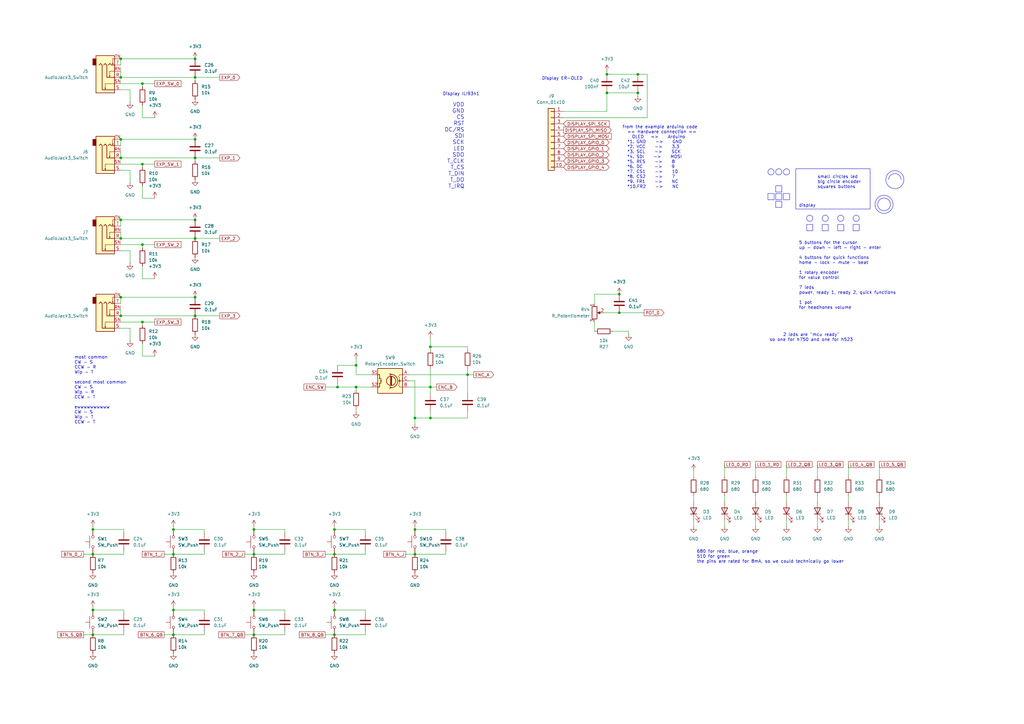
<source format=kicad_sch>
(kicad_sch (version 20250114) (generator "eeschema") (generator_version "9.0")
  (paper "A3")
  (lib_symbols
    (symbol "+3V3_1" (power) (pin_numbers (hide yes)) (pin_names (offset 0) (hide yes))
      (property "Value" "+3V3" (at 0 3.556 0))
      (symbol "+3V3_1_0_1"
        (polyline (pts (xy -0.762 1.27) (xy 0 2.54)))
        (polyline (pts (xy 0 2.54) (xy 0.762 1.27)))
        (polyline (pts (xy 0 0) (xy 0 2.54)))
      )
      (symbol "+3V3_1_1_1"
        (pin power_in line (at 0 0 90) (length 0) (name "~") (number "1"))
      )
    )
    (symbol "Connector_Audio:AudioJack3_Switch"
      (property "Reference" "J" (at 0 11.43 0))
      (property "Value" "AudioJack3_Switch" (at 0 8.89 0))
      (symbol "AudioJack3_Switch_0_1"
        (rectangle (start -5.08 -5.08) (end -6.35 -7.62) (stroke (width 0.254)) (fill (type outline)))
        (polyline (pts (xy -1.905 -5.08) (xy -1.27 -5.715) (xy -0.635 -5.08) (xy -0.635 0) (xy 2.54 0)) (stroke (width 0.254)))
        (polyline (pts (xy -1.27 4.826) (xy -1.016 4.318)))
        (polyline (pts (xy 0 -5.08) (xy 0.635 -5.715) (xy 1.27 -5.08) (xy 2.54 -5.08)) (stroke (width 0.254)))
        (polyline (pts (xy 0.508 -0.254) (xy 0.762 -0.762)))
        (polyline (pts (xy 1.778 -5.334) (xy 2.032 -5.842)))
        (rectangle (start 2.54 6.35) (end -5.08 -8.89) (stroke (width 0.254)) (fill (type background)))
        (polyline (pts (xy 2.54 5.08) (xy -2.54 5.08) (xy -2.54 -5.08) (xy -3.175 -5.715) (xy -3.81 -5.08)) (stroke (width 0.254)))
        (polyline (pts (xy 2.54 2.54) (xy -1.27 2.54) (xy -1.27 4.826) (xy -1.524 4.318)))
        (polyline (pts (xy 2.54 -2.54) (xy 0.508 -2.54) (xy 0.508 -0.254) (xy 0.254 -0.762)))
        (polyline (pts (xy 2.54 -7.62) (xy 1.778 -7.62) (xy 1.778 -5.334) (xy 1.524 -5.842)))
      )
      (symbol "AudioJack3_Switch_1_1"
        (pin passive line (at 5.08 5.08 180) (length 2.54) (name "~") (number "S"))
        (pin passive line (at 5.08 2.54 180) (length 2.54) (name "~") (number "SN"))
        (pin passive line (at 5.08 0 180) (length 2.54) (name "~") (number "R"))
        (pin passive line (at 5.08 -2.54 180) (length 2.54) (name "~") (number "RN"))
        (pin passive line (at 5.08 -5.08 180) (length 2.54) (name "~") (number "T"))
        (pin passive line (at 5.08 -7.62 180) (length 2.54) (name "~") (number "TN"))
      )
    )
    (symbol "Connector_Generic:Conn_01x10" (pin_names (offset 1.016) (hide yes))
      (property "Reference" "J" (at 0 12.7 0))
      (property "Value" "Conn_01x10" (at 0 -15.24 0))
      (symbol "Conn_01x10_1_1"
        (rectangle (start -1.27 11.43) (end 1.27 -13.97) (stroke (width 0.254)) (fill (type background)))
        (rectangle (start -1.27 10.287) (end 0 10.033) (stroke (width 0.1524)))
        (rectangle (start -1.27 7.747) (end 0 7.493) (stroke (width 0.1524)))
        (rectangle (start -1.27 5.207) (end 0 4.953) (stroke (width 0.1524)))
        (rectangle (start -1.27 2.667) (end 0 2.413) (stroke (width 0.1524)))
        (rectangle (start -1.27 0.127) (end 0 -0.127) (stroke (width 0.1524)))
        (rectangle (start -1.27 -2.413) (end 0 -2.667) (stroke (width 0.1524)))
        (rectangle (start -1.27 -4.953) (end 0 -5.207) (stroke (width 0.1524)))
        (rectangle (start -1.27 -7.493) (end 0 -7.747) (stroke (width 0.1524)))
        (rectangle (start -1.27 -10.033) (end 0 -10.287) (stroke (width 0.1524)))
        (rectangle (start -1.27 -12.573) (end 0 -12.827) (stroke (width 0.1524)))
        (pin passive line (at -5.08 10.16 0) (length 3.81) (name "Pin_1") (number "1"))
        (pin passive line (at -5.08 7.62 0) (length 3.81) (name "Pin_2") (number "2"))
        (pin passive line (at -5.08 5.08 0) (length 3.81) (name "Pin_3") (number "3"))
        (pin passive line (at -5.08 2.54 0) (length 3.81) (name "Pin_4") (number "4"))
        (pin passive line (at -5.08 0 0) (length 3.81) (name "Pin_5") (number "5"))
        (pin passive line (at -5.08 -2.54 0) (length 3.81) (name "Pin_6") (number "6"))
        (pin passive line (at -5.08 -5.08 0) (length 3.81) (name "Pin_7") (number "7"))
        (pin passive line (at -5.08 -7.62 0) (length 3.81) (name "Pin_8") (number "8"))
        (pin passive line (at -5.08 -10.16 0) (length 3.81) (name "Pin_9") (number "9"))
        (pin passive line (at -5.08 -12.7 0) (length 3.81) (name "Pin_10") (number "10"))
      )
    )
    (symbol "Device:C" (pin_numbers (hide yes)) (pin_names (offset 0.254))
      (property "Reference" "C" (at 0.635 2.54 0))
      (property "Value" "C" (at 0.635 -2.54 0))
      (symbol "C_0_1"
        (polyline (pts (xy -2.032 0.762) (xy 2.032 0.762)) (stroke (width 0.508)))
        (polyline (pts (xy -2.032 -0.762) (xy 2.032 -0.762)) (stroke (width 0.508)))
      )
      (symbol "C_1_1"
        (pin passive line (at 0 3.81 270) (length 2.794) (name "~") (number "1"))
        (pin passive line (at 0 -3.81 90) (length 2.794) (name "~") (number "2"))
      )
    )
    (symbol "Device:R" (pin_numbers (hide yes)) (pin_names (offset 0))
      (property "Reference" "R" (at 2.032 0 90))
      (property "Value" "R" (at 0 0 90))
      (symbol "R_0_1"
        (rectangle (start -1.016 -2.54) (end 1.016 2.54) (stroke (width 0.254)))
      )
      (symbol "R_1_1"
        (pin passive line (at 0 3.81 270) (length 1.27) (name "~") (number "1"))
        (pin passive line (at 0 -3.81 90) (length 1.27) (name "~") (number "2"))
      )
    )
    (symbol "Device:R_Potentiometer" (pin_names (offset 1.016) (hide yes))
      (property "Reference" "RV" (at -4.445 0 90))
      (property "Value" "R_Potentiometer" (at -2.54 0 90))
      (symbol "R_Potentiometer_0_1"
        (rectangle (start 1.016 2.54) (end -1.016 -2.54) (stroke (width 0.254)))
        (polyline (pts (xy 1.143 0) (xy 2.286 0.508) (xy 2.286 -0.508) (xy 1.143 0)) (fill (type outline)))
        (polyline (pts (xy 2.54 0) (xy 1.524 0)))
      )
      (symbol "R_Potentiometer_1_1"
        (pin passive line (at 0 3.81 270) (length 1.27) (name "1") (number "1"))
        (pin passive line (at 0 -3.81 90) (length 1.27) (name "3") (number "3"))
        (pin passive line (at 3.81 0 180) (length 1.27) (name "2") (number "2"))
      )
    )
    (symbol "Device:RotaryEncoder_Switch" (pin_names (offset 0.254) (hide yes))
      (property "Reference" "SW" (at 0 6.604 0))
      (property "Value" "RotaryEncoder_Switch" (at 0 -6.604 0))
      (symbol "RotaryEncoder_Switch_0_1"
        (rectangle (start -5.08 5.08) (end 5.08 -5.08) (stroke (width 0.254)) (fill (type background)))
        (polyline (pts (xy -5.08 2.54) (xy -3.81 2.54) (xy -3.81 2.032)))
        (polyline (pts (xy -5.08 0) (xy -3.81 0) (xy -3.81 -1.016) (xy -3.302 -2.032)))
        (polyline (pts (xy -5.08 -2.54) (xy -3.81 -2.54) (xy -3.81 -2.032)))
        (polyline (pts (xy -4.318 0) (xy -3.81 0) (xy -3.81 1.016) (xy -3.302 2.032)))
        (circle (center -3.81 0) (radius 0.254) (fill (type outline)))
        (polyline (pts (xy -0.635 -1.778) (xy -0.635 1.778)) (stroke (width 0.254)))
        (circle (center -0.381 0) (radius 1.905) (stroke (width 0.254)))
        (polyline (pts (xy -0.381 -1.778) (xy -0.381 1.778)) (stroke (width 0.254)))
        (arc (start -0.381 -2.794) (mid -3.0988 -0.0635) (end -0.381 2.667) (stroke (width 0.254)))
        (polyline (pts (xy -0.127 1.778) (xy -0.127 -1.778)) (stroke (width 0.254)))
        (polyline (pts (xy 0.254 2.921) (xy -0.508 2.667) (xy 0.127 2.286)) (stroke (width 0.254)))
        (polyline (pts (xy 0.254 -3.048) (xy -0.508 -2.794) (xy 0.127 -2.413)) (stroke (width 0.254)))
        (polyline (pts (xy 3.81 1.016) (xy 3.81 -1.016)) (stroke (width 0.254)))
        (polyline (pts (xy 3.81 0) (xy 3.429 0)) (stroke (width 0.254)))
        (circle (center 4.318 1.016) (radius 0.127) (stroke (width 0.254)))
        (circle (center 4.318 -1.016) (radius 0.127) (stroke (width 0.254)))
        (polyline (pts (xy 5.08 2.54) (xy 4.318 2.54) (xy 4.318 1.016)) (stroke (width 0.254)))
        (polyline (pts (xy 5.08 -2.54) (xy 4.318 -2.54) (xy 4.318 -1.016)) (stroke (width 0.254)))
      )
      (symbol "RotaryEncoder_Switch_1_1"
        (pin passive line (at -7.62 2.54 0) (length 2.54) (name "A") (number "A"))
        (pin passive line (at -7.62 0 0) (length 2.54) (name "C") (number "C"))
        (pin passive line (at -7.62 -2.54 0) (length 2.54) (name "B") (number "B"))
        (pin passive line (at 7.62 2.54 180) (length 2.54) (name "S1") (number "S1"))
        (pin passive line (at 7.62 -2.54 180) (length 2.54) (name "S2") (number "S2"))
      )
    )
    (symbol "GND_1" (power) (pin_numbers (hide yes)) (pin_names (offset 0) (hide yes))
      (property "Value" "GND" (at 0 -3.81 0))
      (symbol "GND_1_0_1"
        (polyline (pts (xy 0 0) (xy 0 -1.27) (xy 1.27 -1.27) (xy 0 -2.54) (xy -1.27 -1.27) (xy 0 -1.27)))
      )
      (symbol "GND_1_1_1"
        (pin power_in line (at 0 0 270) (length 0) (name "~") (number "1"))
      )
    )
    (symbol "LED_1" (pin_numbers (hide yes)) (pin_names (offset 1.016) (hide yes))
      (property "Reference" "D" (at 0 2.54 0))
      (property "Value" "LED" (at 0 -2.54 0))
      (symbol "LED_1_0_1"
        (polyline (pts (xy -3.048 -0.762) (xy -4.572 -2.286) (xy -3.81 -2.286) (xy -4.572 -2.286) (xy -4.572 -1.524)))
        (polyline (pts (xy -1.778 -0.762) (xy -3.302 -2.286) (xy -2.54 -2.286) (xy -3.302 -2.286) (xy -3.302 -1.524)))
        (polyline (pts (xy -1.27 0) (xy 1.27 0)))
        (polyline (pts (xy -1.27 -1.27) (xy -1.27 1.27)) (stroke (width 0.254)))
        (polyline (pts (xy 1.27 -1.27) (xy 1.27 1.27) (xy -1.27 0) (xy 1.27 -1.27)) (stroke (width 0.254)))
      )
      (symbol "LED_1_1_1"
        (pin passive line (at -3.81 0 0) (length 2.54) (name "K") (number "1"))
        (pin passive line (at 3.81 0 180) (length 2.54) (name "A") (number "2"))
      )
    )
    (symbol "Switch:SW_Push" (pin_numbers (hide yes)) (pin_names (offset 1.016) (hide yes))
      (property "Reference" "SW" (at 1.27 2.54 0))
      (property "Value" "SW_Push" (at 0 -1.524 0))
      (symbol "SW_Push_0_1"
        (circle (center -2.032 0) (radius 0.508))
        (polyline (pts (xy 0 1.27) (xy 0 3.048)))
        (circle (center 2.032 0) (radius 0.508))
        (polyline (pts (xy 2.54 1.27) (xy -2.54 1.27)))
        (pin passive line (at -5.08 0 0) (length 2.54) (name "1") (number "1"))
        (pin passive line (at 5.08 0 180) (length 2.54) (name "2") (number "2"))
      )
    )
  )
  (circle (center 367.03 73.66) (radius 3.7027))
  (rectangle (start 318.135 76.2) (end 320.675 78.74))
  (arc (start 364.49 73.66) (mid 367.03 71.183) (end 369.57 73.66))
  (circle (center 362.585 83.82) (radius 2.6182))
  (circle (center 338.455 89.535) (radius 1.27))
  (circle (center 319.405 70.485) (radius 1.27))
  (rectangle (start 321.31 79.375) (end 323.85 81.915))
  (rectangle (start 314.96 79.375) (end 317.5 81.915))
  (rectangle (start 337.185 92.075) (end 339.725 94.615))
  (circle (center 344.805 89.535) (radius 1.27))
  (rectangle (start 349.885 92.075) (end 352.425 94.615))
  (rectangle (start 343.535 92.075) (end 346.075 94.615))
  (circle (center 322.58 70.485) (radius 1.27))
  (rectangle (start 318.135 79.375) (end 320.675 81.915))
  (circle (center 332.105 89.535) (radius 1.27))
  (circle (center 316.23 70.485) (radius 1.27))
  (rectangle (start 330.835 92.075) (end 333.375 94.615))
  (rectangle (start 318.135 82.55) (end 320.675 85.09))
  (circle (center 351.155 89.535) (radius 1.27))
  (circle (center 362.585 83.82) (radius 3.7027))
  (rectangle (start 326.39 69.215) (end 356.87 85.725))
  (text "680 for red, blue, orange\n510 for green\nthe pins are rated for 8mA, so we could technically go lower\n" (at 285.75 231.14 0) (effects (font (size 1.27 1.27)) (justify left bottom)))
  (text "small circles led\nbig circle encoder\nsquares buttons" (at 335.28 77.47 0) (effects (font (size 1.27 1.27)) (justify left bottom)))
  (text "Display ER-OLED\n" (at 222.25 33.02 0) (effects (font (size 1.27 1.27)) (justify left bottom)))
  (text "Display ILI9341\n" (at 181.61 39.37 0) (effects (font (size 1.27 1.27)) (justify left bottom)))
  (text "from the example arduino code\n  == Hardware connection ==\n    OLED   =>    Arduino\n  *1. GND    ->    GND\n  *2. VCC    ->    3.3\n  *3. SCL    ->    SCK\n  *4. SDI    ->    MOSI\n  *5. RES    ->    8  \n  *6. DC     ->    9\n  *7. CS1    ->    10\n  *8. CS2    ->    7 \n  *9. FR1    ->    NC\n  *10.FR2    ->    NC  " (at 255.27 77.47 0) (effects (font (size 1.27 1.27)) (justify left bottom)))
  (text "VDD\nGND\nCS\nRST\nDC/RS\nSDI\nSCK\nLED\nSDO\nT_CLK\nT_CS\nT_DIN\nT_DO\nT_IRQ" (at 190.5 77.47 0) (effects (font (size 1.6 1.6)) (justify right bottom)))
  (text "5 buttons for the cursor\nup - down - left - right - enter\n\n4 buttons for quick functions\nhome - lock - mute - beat\n\n1 rotary encoder\nfor value control\n\n7 leds\npower, ready 1, ready 2, quick functions\n\n1 pot\nfor headhones volume" (at 327.66 127 0) (effects (font (size 1.27 1.27)) (justify left bottom)))
  (text "most common\nCW - S\nCCW - R\nWip - T\n\nsecond most common\nCW - S\nWip - R\nCCW - T\n\newwwwwwwwww\nCW - S\nWip - T\nCCW - T" (at 30.48 173.99 0) (effects (font (size 1.27 1.27)) (justify left bottom)))
  (text "display\n" (at 327.66 85.09 0) (effects (font (size 1.27 1.27)) (justify left bottom)))
  (text "2 leds are \"mcu ready\"\nso one for h750 and one for h523" (at 332.74 138.43 0) (effects (font (size 1.27 1.27))))
  (junction (at 80.01 121.92))
  (junction (at 176.53 142.24))
  (junction (at 38.1 227.33))
  (junction (at 248.92 30.48))
  (junction (at 80.01 90.17))
  (junction (at 104.14 250.19))
  (junction (at 49.53 97.79))
  (junction (at 38.1 250.19))
  (junction (at 138.43 158.75))
  (junction (at 58.42 132.08))
  (junction (at 49.53 31.75))
  (junction (at 49.53 57.15))
  (junction (at 49.53 64.77))
  (junction (at 254 120.65))
  (junction (at 254 128.27))
  (junction (at 170.18 217.17))
  (junction (at 261.62 30.48))
  (junction (at 38.1 260.35))
  (junction (at 137.16 217.17))
  (junction (at 137.16 227.33))
  (junction (at 49.53 121.92))
  (junction (at 58.42 67.31))
  (junction (at 71.12 217.17))
  (junction (at 80.01 31.75))
  (junction (at 137.16 260.35))
  (junction (at 71.12 260.35))
  (junction (at 80.01 129.54))
  (junction (at 80.01 57.15))
  (junction (at 146.05 158.75))
  (junction (at 146.05 149.86))
  (junction (at 248.92 38.1))
  (junction (at 49.53 90.17))
  (junction (at 191.77 153.67))
  (junction (at 261.62 38.1))
  (junction (at 71.12 250.19))
  (junction (at 137.16 250.19))
  (junction (at 38.1 217.17))
  (junction (at 104.14 227.33))
  (junction (at 49.53 129.54))
  (junction (at 71.12 227.33))
  (junction (at 170.18 227.33))
  (junction (at 170.18 171.45))
  (junction (at 58.42 34.29))
  (junction (at 104.14 260.35))
  (junction (at 176.53 158.75))
  (junction (at 49.53 24.13))
  (junction (at 104.14 217.17))
  (junction (at 80.01 64.77))
  (junction (at 80.01 97.79))
  (junction (at 80.01 24.13))
  (junction (at 58.42 100.33))
  (junction (at 176.53 171.45))
  (wire (pts (xy 83.82 250.19) (xy 71.12 250.19)))
  (wire (pts (xy 335.28 213.36) (xy 335.28 215.9)))
  (wire (pts (xy 176.53 158.75) (xy 176.53 161.29)))
  (wire (pts (xy 176.53 158.75) (xy 167.64 158.75)))
  (wire (pts (xy 50.8 251.46) (xy 50.8 250.19)))
  (wire (pts (xy 58.42 67.31) (xy 63.5 67.31)))
  (wire (pts (xy 58.42 146.05) (xy 63.5 146.05)))
  (wire (pts (xy 182.88 226.06) (xy 182.88 227.33)))
  (wire (pts (xy 38.1 248.92) (xy 38.1 250.19)))
  (wire (pts (xy 152.4 153.67) (xy 146.05 153.67)))
  (wire (pts (xy 191.77 151.13) (xy 191.77 153.67)))
  (wire (pts (xy 116.84 250.19) (xy 104.14 250.19)))
  (wire (pts (xy 309.88 203.2) (xy 309.88 205.74)))
  (wire (pts (xy 49.53 132.08) (xy 58.42 132.08)))
  (wire (pts (xy 49.53 100.33) (xy 58.42 100.33)))
  (wire (pts (xy 49.53 121.92) (xy 80.01 121.92)))
  (wire (pts (xy 71.12 260.35) (xy 83.82 260.35)))
  (wire (pts (xy 71.12 215.9) (xy 71.12 217.17)))
  (wire (pts (xy 309.88 190.5) (xy 309.88 195.58)))
  (wire (pts (xy 50.8 250.19) (xy 38.1 250.19)))
  (wire (pts (xy 58.42 76.2) (xy 58.42 81.28)))
  (wire (pts (xy 243.84 120.65) (xy 254 120.65)))
  (wire (pts (xy 53.34 134.62) (xy 53.34 139.7)))
  (wire (pts (xy 360.68 190.5) (xy 360.68 195.58)))
  (wire (pts (xy 71.12 248.92) (xy 71.12 250.19)))
  (wire (pts (xy 176.53 142.24) (xy 191.77 142.24)))
  (wire (pts (xy 335.28 190.5) (xy 335.28 195.58)))
  (wire (pts (xy 34.29 260.35) (xy 38.1 260.35)))
  (wire (pts (xy 138.43 149.86) (xy 146.05 149.86)))
  (wire (pts (xy 257.81 135.89) (xy 257.81 137.16)))
  (wire (pts (xy 176.53 171.45) (xy 170.18 171.45)))
  (wire (pts (xy 149.86 218.44) (xy 149.86 217.17)))
  (wire (pts (xy 49.53 24.13) (xy 80.01 24.13)))
  (wire (pts (xy 58.42 81.28) (xy 63.5 81.28)))
  (wire (pts (xy 38.1 260.35) (xy 50.8 260.35)))
  (wire (pts (xy 146.05 147.32) (xy 146.05 149.86)))
  (wire (pts (xy 261.62 30.48) (xy 265.43 30.48)))
  (wire (pts (xy 116.84 251.46) (xy 116.84 250.19)))
  (wire (pts (xy 176.53 151.13) (xy 176.53 158.75)))
  (wire (pts (xy 80.01 129.54) (xy 90.17 129.54)))
  (wire (pts (xy 170.18 171.45) (xy 170.18 173.99)))
  (wire (pts (xy 58.42 114.3) (xy 63.5 114.3)))
  (wire (pts (xy 38.1 215.9) (xy 38.1 217.17)))
  (wire (pts (xy 49.53 34.29) (xy 58.42 34.29)))
  (wire (pts (xy 251.46 135.89) (xy 257.81 135.89)))
  (wire (pts (xy 58.42 132.08) (xy 58.42 133.35)))
  (wire (pts (xy 116.84 259.08) (xy 116.84 260.35)))
  (wire (pts (xy 322.58 190.5) (xy 322.58 195.58)))
  (wire (pts (xy 247.65 128.27) (xy 254 128.27)))
  (wire (pts (xy 116.84 217.17) (xy 104.14 217.17)))
  (wire (pts (xy 191.77 168.91) (xy 191.77 171.45)))
  (wire (pts (xy 49.53 90.17) (xy 49.53 92.71)))
  (wire (pts (xy 50.8 218.44) (xy 50.8 217.17)))
  (wire (pts (xy 58.42 43.18) (xy 58.42 48.26)))
  (wire (pts (xy 49.53 29.21) (xy 49.53 31.75)))
  (wire (pts (xy 146.05 168.91) (xy 146.05 167.64)))
  (wire (pts (xy 176.53 168.91) (xy 176.53 171.45)))
  (wire (pts (xy 149.86 259.08) (xy 149.86 260.35)))
  (wire (pts (xy 138.43 158.75) (xy 146.05 158.75)))
  (wire (pts (xy 38.1 227.33) (xy 50.8 227.33)))
  (wire (pts (xy 231.14 45.72) (xy 248.92 45.72)))
  (wire (pts (xy 284.48 213.36) (xy 284.48 215.9)))
  (wire (pts (xy 49.53 127) (xy 49.53 129.54)))
  (wire (pts (xy 248.92 30.48) (xy 261.62 30.48)))
  (wire (pts (xy 191.77 171.45) (xy 176.53 171.45)))
  (wire (pts (xy 49.53 95.25) (xy 49.53 97.79)))
  (wire (pts (xy 176.53 142.24) (xy 176.53 143.51)))
  (wire (pts (xy 176.53 158.75) (xy 179.07 158.75)))
  (wire (pts (xy 116.84 226.06) (xy 116.84 227.33)))
  (wire (pts (xy 80.01 31.75) (xy 90.17 31.75)))
  (wire (pts (xy 265.43 48.26) (xy 231.14 48.26)))
  (wire (pts (xy 58.42 48.26) (xy 63.5 48.26)))
  (wire (pts (xy 261.62 39.37) (xy 261.62 38.1)))
  (wire (pts (xy 49.53 102.87) (xy 53.34 102.87)))
  (wire (pts (xy 58.42 34.29) (xy 58.42 35.56)))
  (wire (pts (xy 243.84 132.08) (xy 243.84 135.89)))
  (wire (pts (xy 137.16 227.33) (xy 149.86 227.33)))
  (wire (pts (xy 100.33 227.33) (xy 104.14 227.33)))
  (wire (pts (xy 309.88 213.36) (xy 309.88 215.9)))
  (wire (pts (xy 297.18 190.5) (xy 297.18 195.58)))
  (wire (pts (xy 347.98 203.2) (xy 347.98 205.74)))
  (wire (pts (xy 347.98 190.5) (xy 347.98 195.58)))
  (wire (pts (xy 137.16 248.92) (xy 137.16 250.19)))
  (wire (pts (xy 58.42 100.33) (xy 58.42 101.6)))
  (wire (pts (xy 53.34 36.83) (xy 53.34 41.91)))
  (wire (pts (xy 58.42 140.97) (xy 58.42 146.05)))
  (wire (pts (xy 71.12 227.33) (xy 83.82 227.33)))
  (wire (pts (xy 49.53 90.17) (xy 80.01 90.17)))
  (wire (pts (xy 34.29 227.33) (xy 38.1 227.33)))
  (wire (pts (xy 49.53 129.54) (xy 80.01 129.54)))
  (wire (pts (xy 170.18 156.21) (xy 170.18 171.45)))
  (wire (pts (xy 83.82 251.46) (xy 83.82 250.19)))
  (wire (pts (xy 83.82 218.44) (xy 83.82 217.17)))
  (wire (pts (xy 80.01 31.75) (xy 80.01 33.02)))
  (wire (pts (xy 146.05 158.75) (xy 152.4 158.75)))
  (wire (pts (xy 167.64 153.67) (xy 191.77 153.67)))
  (wire (pts (xy 248.92 38.1) (xy 248.92 45.72)))
  (wire (pts (xy 49.53 64.77) (xy 80.01 64.77)))
  (wire (pts (xy 149.86 250.19) (xy 137.16 250.19)))
  (wire (pts (xy 265.43 30.48) (xy 265.43 48.26)))
  (wire (pts (xy 50.8 259.08) (xy 50.8 260.35)))
  (wire (pts (xy 50.8 217.17) (xy 38.1 217.17)))
  (wire (pts (xy 133.35 260.35) (xy 137.16 260.35)))
  (wire (pts (xy 58.42 109.22) (xy 58.42 114.3)))
  (wire (pts (xy 58.42 34.29) (xy 63.5 34.29)))
  (wire (pts (xy 53.34 102.87) (xy 53.34 107.95)))
  (wire (pts (xy 248.92 29.21) (xy 248.92 30.48)))
  (wire (pts (xy 138.43 157.48) (xy 138.43 158.75)))
  (wire (pts (xy 83.82 217.17) (xy 71.12 217.17)))
  (wire (pts (xy 146.05 149.86) (xy 146.05 153.67)))
  (wire (pts (xy 137.16 215.9) (xy 137.16 217.17)))
  (wire (pts (xy 133.35 227.33) (xy 137.16 227.33)))
  (wire (pts (xy 176.53 138.43) (xy 176.53 142.24)))
  (wire (pts (xy 104.14 260.35) (xy 116.84 260.35)))
  (wire (pts (xy 58.42 67.31) (xy 58.42 68.58)))
  (wire (pts (xy 284.48 203.2) (xy 284.48 205.74)))
  (wire (pts (xy 83.82 259.08) (xy 83.82 260.35)))
  (wire (pts (xy 83.82 226.06) (xy 83.82 227.33)))
  (wire (pts (xy 182.88 217.17) (xy 170.18 217.17)))
  (wire (pts (xy 191.77 153.67) (xy 191.77 161.29)))
  (wire (pts (xy 80.01 64.77) (xy 80.01 66.04)))
  (wire (pts (xy 58.42 100.33) (xy 63.5 100.33)))
  (wire (pts (xy 146.05 160.02) (xy 146.05 158.75)))
  (wire (pts (xy 100.33 260.35) (xy 104.14 260.35)))
  (wire (pts (xy 149.86 226.06) (xy 149.86 227.33)))
  (wire (pts (xy 49.53 134.62) (xy 53.34 134.62)))
  (wire (pts (xy 182.88 218.44) (xy 182.88 217.17)))
  (wire (pts (xy 254 128.27) (xy 264.16 128.27)))
  (wire (pts (xy 360.68 203.2) (xy 360.68 205.74)))
  (wire (pts (xy 49.53 97.79) (xy 80.01 97.79)))
  (wire (pts (xy 335.28 203.2) (xy 335.28 205.74)))
  (wire (pts (xy 67.31 227.33) (xy 71.12 227.33)))
  (wire (pts (xy 104.14 248.92) (xy 104.14 250.19)))
  (wire (pts (xy 170.18 227.33) (xy 182.88 227.33)))
  (wire (pts (xy 149.86 251.46) (xy 149.86 250.19)))
  (wire (pts (xy 322.58 203.2) (xy 322.58 205.74)))
  (wire (pts (xy 49.53 121.92) (xy 49.53 124.46)))
  (wire (pts (xy 248.92 38.1) (xy 261.62 38.1)))
  (wire (pts (xy 49.53 31.75) (xy 80.01 31.75)))
  (wire (pts (xy 116.84 218.44) (xy 116.84 217.17)))
  (wire (pts (xy 137.16 260.35) (xy 149.86 260.35)))
  (wire (pts (xy 58.42 132.08) (xy 63.5 132.08)))
  (wire (pts (xy 49.53 24.13) (xy 49.53 26.67)))
  (wire (pts (xy 104.14 215.9) (xy 104.14 217.17)))
  (wire (pts (xy 49.53 69.85) (xy 53.34 69.85)))
  (wire (pts (xy 49.53 67.31) (xy 58.42 67.31)))
  (wire (pts (xy 80.01 97.79) (xy 90.17 97.79)))
  (wire (pts (xy 322.58 213.36) (xy 322.58 215.9)))
  (wire (pts (xy 297.18 203.2) (xy 297.18 205.74)))
  (wire (pts (xy 49.53 57.15) (xy 80.01 57.15)))
  (wire (pts (xy 167.64 156.21) (xy 170.18 156.21)))
  (wire (pts (xy 104.14 227.33) (xy 116.84 227.33)))
  (wire (pts (xy 149.86 217.17) (xy 137.16 217.17)))
  (wire (pts (xy 360.68 213.36) (xy 360.68 215.9)))
  (wire (pts (xy 170.18 215.9) (xy 170.18 217.17)))
  (wire (pts (xy 133.35 158.75) (xy 138.43 158.75)))
  (wire (pts (xy 49.53 36.83) (xy 53.34 36.83)))
  (wire (pts (xy 347.98 213.36) (xy 347.98 215.9)))
  (wire (pts (xy 53.34 69.85) (xy 53.34 74.93)))
  (wire (pts (xy 49.53 57.15) (xy 49.53 59.69)))
  (wire (pts (xy 67.31 260.35) (xy 71.12 260.35)))
  (wire (pts (xy 243.84 120.65) (xy 243.84 124.46)))
  (wire (pts (xy 166.37 227.33) (xy 170.18 227.33)))
  (wire (pts (xy 49.53 62.23) (xy 49.53 64.77)))
  (wire (pts (xy 50.8 226.06) (xy 50.8 227.33)))
  (wire (pts (xy 284.48 193.04) (xy 284.48 195.58)))
  (wire (pts (xy 297.18 213.36) (xy 297.18 215.9)))
  (wire (pts (xy 194.31 153.67) (xy 191.77 153.67)))
  (wire (pts (xy 191.77 142.24) (xy 191.77 143.51)))
  (wire (pts (xy 80.01 64.77) (xy 90.17 64.77)))
  (global_label "DISPLAY_GPIO_3" (shape bidirectional) (at 231.14 66.04 0) (property "Intersheetrefs" "${INTERSHEET_REFS}" (effects (hide yes))))
  (global_label "EXP_SW_0" (shape passive) (at 63.5 34.29 0) (property "Intersheetrefs" "${INTERSHEET_REFS}" (effects (hide yes))))
  (global_label "LED_3_QB" (shape passive) (at 335.28 190.5 0) (property "Intersheetrefs" "${INTERSHEET_REFS}" (effects (hide yes))))
  (global_label "EXP_SW_3" (shape passive) (at 63.5 132.08 0) (property "Intersheetrefs" "${INTERSHEET_REFS}" (effects (hide yes))))
  (global_label "LED_0_RD" (shape passive) (at 297.18 190.5 0) (property "Intersheetrefs" "${INTERSHEET_REFS}" (effects (hide yes))))
  (global_label "DISPLAY_GPIO_2" (shape bidirectional) (at 231.14 63.5 0) (property "Intersheetrefs" "${INTERSHEET_REFS}" (effects (hide yes))))
  (global_label "BTN_1_J" (shape passive) (at 67.31 227.33 180) (property "Intersheetrefs" "${INTERSHEET_REFS}" (effects (hide yes))))
  (global_label "EXP_SW_1" (shape passive) (at 63.5 67.31 0) (property "Intersheetrefs" "${INTERSHEET_REFS}" (effects (hide yes))))
  (global_label "BTN_0_J" (shape passive) (at 34.29 227.33 180) (property "Intersheetrefs" "${INTERSHEET_REFS}" (effects (hide yes))))
  (global_label "LED_2_QB" (shape passive) (at 322.58 190.5 0) (property "Intersheetrefs" "${INTERSHEET_REFS}" (effects (hide yes))))
  (global_label "EXP_0" (shape output) (at 90.17 31.75 0) (property "Intersheetrefs" "${INTERSHEET_REFS}" (effects (hide yes))))
  (global_label "DISPLAY_GPIO_4" (shape bidirectional) (at 231.14 68.58 0) (property "Intersheetrefs" "${INTERSHEET_REFS}" (effects (hide yes))))
  (global_label "LED_5_QB" (shape passive) (at 360.68 190.5 0) (property "Intersheetrefs" "${INTERSHEET_REFS}" (effects (hide yes))))
  (global_label "EXP_1" (shape output) (at 90.17 64.77 0) (property "Intersheetrefs" "${INTERSHEET_REFS}" (effects (hide yes))))
  (global_label "DISPLAY_SPI_MISO" (shape output) (at 231.14 53.34 0) (property "Intersheetrefs" "${INTERSHEET_REFS}" (effects (hide yes))))
  (global_label "POT_0" (shape output) (at 264.16 128.27 0) (property "Intersheetrefs" "${INTERSHEET_REFS}" (effects (hide yes))))
  (global_label "ENC_SW" (shape passive) (at 133.35 158.75 180) (property "Intersheetrefs" "${INTERSHEET_REFS}" (effects (hide yes))))
  (global_label "ENC_A" (shape output) (at 194.31 153.67 0) (property "Intersheetrefs" "${INTERSHEET_REFS}" (effects (hide yes))))
  (global_label "LED_4_QB" (shape passive) (at 347.98 190.5 0) (property "Intersheetrefs" "${INTERSHEET_REFS}" (effects (hide yes))))
  (global_label "LED_1_RD" (shape passive) (at 309.88 190.5 0) (property "Intersheetrefs" "${INTERSHEET_REFS}" (effects (hide yes))))
  (global_label "BTN_4_J" (shape passive) (at 166.37 227.33 180) (property "Intersheetrefs" "${INTERSHEET_REFS}" (effects (hide yes))))
  (global_label "EXP_2" (shape output) (at 90.17 97.79 0) (property "Intersheetrefs" "${INTERSHEET_REFS}" (effects (hide yes))))
  (global_label "DISPLAY_GPIO_1" (shape bidirectional) (at 231.14 60.96 0) (property "Intersheetrefs" "${INTERSHEET_REFS}" (effects (hide yes))))
  (global_label "BTN_5_QB" (shape passive) (at 34.29 260.35 180) (property "Intersheetrefs" "${INTERSHEET_REFS}" (effects (hide yes))))
  (global_label "DISPLAY_SPI_MOSI" (shape input) (at 231.14 55.88 0) (property "Intersheetrefs" "${INTERSHEET_REFS}" (effects (hide yes))))
  (global_label "ENC_B" (shape output) (at 179.07 158.75 0) (property "Intersheetrefs" "${INTERSHEET_REFS}" (effects (hide yes))))
  (global_label "BTN_3_J" (shape passive) (at 133.35 227.33 180) (property "Intersheetrefs" "${INTERSHEET_REFS}" (effects (hide yes))))
  (global_label "EXP_3" (shape output) (at 90.17 129.54 0) (property "Intersheetrefs" "${INTERSHEET_REFS}" (effects (hide yes))))
  (global_label "DISPLAY_SPI_SCK" (shape input) (at 231.14 50.8 0) (property "Intersheetrefs" "${INTERSHEET_REFS}" (effects (hide yes))))
  (global_label "BTN_7_QB" (shape passive) (at 100.33 260.35 180) (property "Intersheetrefs" "${INTERSHEET_REFS}" (effects (hide yes))))
  (global_label "DISPLAY_GPIO_0" (shape bidirectional) (at 231.14 58.42 0) (property "Intersheetrefs" "${INTERSHEET_REFS}" (effects (hide yes))))
  (global_label "BTN_2_J" (shape passive) (at 100.33 227.33 180) (property "Intersheetrefs" "${INTERSHEET_REFS}" (effects (hide yes))))
  (global_label "BTN_6_QB" (shape passive) (at 67.31 260.35 180) (property "Intersheetrefs" "${INTERSHEET_REFS}" (effects (hide yes))))
  (global_label "BTN_8_QB" (shape passive) (at 133.35 260.35 180) (property "Intersheetrefs" "${INTERSHEET_REFS}" (effects (hide yes))))
  (global_label "EXP_SW_2" (shape passive) (at 63.5 100.33 0) (property "Intersheetrefs" "${INTERSHEET_REFS}" (effects (hide yes))))
  (symbol (lib_id "Device:R") (at 146.05 163.83 0) (mirror y) (unit 1)
    (property "Reference" "R23" (at 144.145 162.56 0) (effects (justify left)))
    (property "Value" "10k" (at 144.145 165.1 0) (effects (justify left)))
  )
  (symbol (lib_name "GND_1") (lib_id "power:GND") (at 322.58 215.9 0) (unit 1)
    (property "Reference" "#PWR076" (effects (hide yes)))
    (property "Value" "GND" (at 322.58 220.98 0))
    (property "Description" "Power symbol creates a global label with name \"GND\" , ground" (effects (hide yes)))
  )
  (symbol (lib_name "GND_1") (lib_id "power:GND") (at 137.16 234.95 0) (unit 1)
    (property "Reference" "#PWR059" (effects (hide yes)))
    (property "Value" "GND" (at 137.16 240.03 0))
    (property "Description" "Power symbol creates a global label with name \"GND\" , ground" (effects (hide yes)))
  )
  (symbol (lib_id "Device:R") (at 58.42 72.39 180) (unit 1)
    (property "Reference" "R10" (at 60.96 71.12 0) (effects (justify right)))
    (property "Value" "10k" (at 60.96 73.66 0) (effects (justify right)))
  )
  (symbol (lib_id "Device:C") (at 116.84 222.25 0) (unit 1)
    (property "Reference" "C32" (at 120.65 220.98 0) (effects (justify left)))
    (property "Value" "0.1uF" (at 120.65 223.52 0) (effects (justify left)))
  )
  (symbol (lib_id "Device:C") (at 50.8 222.25 0) (unit 1)
    (property "Reference" "C24" (at 54.61 220.98 0) (effects (justify left)))
    (property "Value" "0.1uF" (at 54.61 223.52 0) (effects (justify left)))
  )
  (symbol (lib_name "+3V3_1") (lib_id "power:+3V3") (at 38.1 215.9 0) (unit 1)
    (property "Reference" "#PWR030" (effects (hide yes)))
    (property "Value" "+3V3" (at 38.1 210.82 0))
    (property "Description" "Power symbol creates a global label with name \"+3V3\"" (effects (hide yes)))
  )
  (symbol (lib_id "Device:R") (at 71.12 264.16 0) (unit 1)
    (property "Reference" "R14" (at 73.025 262.89 0) (effects (justify left)))
    (property "Value" "10k" (at 73.025 265.43 0) (effects (justify left)))
  )
  (symbol (lib_name "GND_1") (lib_id "power:GND") (at 137.16 267.97 0) (unit 1)
    (property "Reference" "#PWR061" (effects (hide yes)))
    (property "Value" "GND" (at 137.16 273.05 0))
    (property "Description" "Power symbol creates a global label with name \"GND\" , ground" (effects (hide yes)))
  )
  (symbol (lib_id "Device:R") (at 71.12 231.14 0) (unit 1)
    (property "Reference" "R13" (at 73.025 229.87 0) (effects (justify left)))
    (property "Value" "10k" (at 73.025 232.41 0) (effects (justify left)))
  )
  (symbol (lib_id "Device:R") (at 80.01 36.83 180) (unit 1)
    (property "Reference" "R15" (at 82.55 35.56 0) (effects (justify right)))
    (property "Value" "10k" (at 82.55 38.1 0) (effects (justify right)))
  )
  (symbol (lib_name "+3V3_1") (lib_id "power:+3V3") (at 176.53 138.43 0) (unit 1)
    (property "Reference" "#PWR067" (effects (hide yes)))
    (property "Value" "+3V3" (at 176.53 133.35 0))
    (property "Description" "Power symbol creates a global label with name \"+3V3\"" (effects (hide yes)))
  )
  (symbol (lib_id "Device:R") (at 309.88 199.39 0) (unit 1)
    (property "Reference" "R30" (at 312.42 198.12 0) (effects (justify left)))
    (property "Value" "680" (at 312.42 200.66 0) (effects (justify left)))
  )
  (symbol (lib_name "LED_1") (lib_id "Device:LED") (at 284.48 209.55 90) (unit 1)
    (property "Reference" "D3" (at 288.29 209.8674 90) (effects (justify right)))
    (property "Value" "LED" (at 288.29 212.4074 90) (effects (justify right)))
    (property "Description" "Light emitting diode" (effects (hide yes)))
    (property "Sim.Pins" "1=K 2=A" (effects (hide yes)))
  )
  (symbol (lib_id "Device:R") (at 137.16 231.14 0) (unit 1)
    (property "Reference" "R21" (at 139.065 229.87 0) (effects (justify left)))
    (property "Value" "10k" (at 139.065 232.41 0) (effects (justify left)))
  )
  (symbol (lib_name "GND_1") (lib_id "power:GND") (at 80.01 40.64 0) (unit 1)
    (property "Reference" "#PWR047" (effects (hide yes)))
    (property "Value" "GND" (at 80.01 45.72 0))
    (property "Description" "Power symbol creates a global label with name \"GND\" , ground" (effects (hide yes)))
  )
  (symbol (lib_id "Device:R") (at 38.1 264.16 0) (unit 1)
    (property "Reference" "R8" (at 40.005 262.89 0) (effects (justify left)))
    (property "Value" "10k" (at 40.005 265.43 0) (effects (justify left)))
  )
  (symbol (lib_id "Device:R") (at 58.42 137.16 180) (unit 1)
    (property "Reference" "R12" (at 60.96 135.89 0) (effects (justify right)))
    (property "Value" "10k" (at 60.96 138.43 0) (effects (justify right)))
  )
  (symbol (lib_name "+3V3_1") (lib_id "power:+3V3") (at 80.01 24.13 0) (unit 1)
    (property "Reference" "#PWR046" (effects (hide yes)))
    (property "Value" "+3V3" (at 80.01 19.05 0))
    (property "Description" "Power symbol creates a global label with name \"+3V3\"" (effects (hide yes)))
  )
  (symbol (lib_name "GND_1") (lib_id "power:GND") (at 170.18 173.99 0) (unit 1)
    (property "Reference" "#PWR064" (effects (hide yes)))
    (property "Value" "GND" (at 170.18 179.07 0))
    (property "Description" "Power symbol creates a global label with name \"GND\" , ground" (effects (hide yes)))
  )
  (symbol (lib_name "GND_1") (lib_id "power:GND") (at 170.18 234.95 0) (unit 1)
    (property "Reference" "#PWR066" (effects (hide yes)))
    (property "Value" "GND" (at 170.18 240.03 0))
    (property "Description" "Power symbol creates a global label with name \"GND\" , ground" (effects (hide yes)))
  )
  (symbol (lib_id "Device:R") (at 247.65 135.89 90) (mirror x) (unit 1)
    (property "Reference" "R27" (at 247.65 142.24 90))
    (property "Value" "10k" (at 247.65 139.7 90))
  )
  (symbol (lib_name "GND_1") (lib_id "power:GND") (at 80.01 137.16 0) (unit 1)
    (property "Reference" "#PWR053" (effects (hide yes)))
    (property "Value" "GND" (at 80.01 142.24 0))
    (property "Description" "Power symbol creates a global label with name \"GND\" , ground" (effects (hide yes)))
  )
  (symbol (lib_id "Device:R") (at 322.58 199.39 0) (unit 1)
    (property "Reference" "R31" (at 325.12 198.12 0) (effects (justify left)))
    (property "Value" "680" (at 325.12 200.66 0) (effects (justify left)))
  )
  (symbol (lib_name "+3V3_1") (lib_id "power:+3V3") (at 63.5 48.26 0) (unit 1)
    (property "Reference" "#PWR038" (effects (hide yes)))
    (property "Value" "+3V3" (at 63.5 43.18 0))
    (property "Description" "Power symbol creates a global label with name \"+3V3\"" (effects (hide yes)))
  )
  (symbol (lib_id "Device:R") (at 360.68 199.39 0) (unit 1)
    (property "Reference" "R34" (at 363.22 198.12 0) (effects (justify left)))
    (property "Value" "680" (at 363.22 200.66 0) (effects (justify left)))
  )
  (symbol (lib_name "GND_1") (lib_id "power:GND") (at 53.34 41.91 0) (unit 1)
    (property "Reference" "#PWR034" (effects (hide yes)))
    (property "Value" "GND" (at 53.34 46.99 0))
    (property "Description" "Power symbol creates a global label with name \"GND\" , ground" (effects (hide yes)))
  )
  (symbol (lib_id "Switch:SW_Push") (at 104.14 222.25 90) (unit 1)
    (property "Reference" "SW5" (at 106.045 220.98 90) (effects (justify right)))
    (property "Value" "SW_Push" (at 106.045 223.52 90) (effects (justify right)))
  )
  (symbol (lib_id "Device:R") (at 137.16 264.16 0) (unit 1)
    (property "Reference" "R22" (at 139.065 262.89 0) (effects (justify left)))
    (property "Value" "10k" (at 139.065 265.43 0) (effects (justify left)))
  )
  (symbol (lib_name "+3V3_1") (lib_id "power:+3V3") (at 63.5 114.3 0) (unit 1)
    (property "Reference" "#PWR040" (effects (hide yes)))
    (property "Value" "+3V3" (at 63.5 109.22 0))
    (property "Description" "Power symbol creates a global label with name \"+3V3\"" (effects (hide yes)))
  )
  (symbol (lib_name "LED_1") (lib_id "Device:LED") (at 322.58 209.55 90) (unit 1)
    (property "Reference" "D6" (at 326.39 209.8674 90) (effects (justify right)))
    (property "Value" "LED" (at 326.39 212.4074 90) (effects (justify right)))
    (property "Description" "Light emitting diode" (effects (hide yes)))
    (property "Sim.Pins" "1=K 2=A" (effects (hide yes)))
  )
  (symbol (lib_id "Switch:SW_Push") (at 71.12 255.27 90) (unit 1)
    (property "Reference" "SW4" (at 73.025 254 90) (effects (justify right)))
    (property "Value" "SW_Push" (at 73.025 256.54 90) (effects (justify right)))
  )
  (symbol (lib_name "GND_1") (lib_id "power:GND") (at 53.34 74.93 0) (unit 1)
    (property "Reference" "#PWR035" (effects (hide yes)))
    (property "Value" "GND" (at 53.34 80.01 0))
    (property "Description" "Power symbol creates a global label with name \"GND\" , ground" (effects (hide yes)))
  )
  (symbol (lib_id "Device:C") (at 149.86 222.25 0) (unit 1)
    (property "Reference" "C35" (at 153.67 220.98 0) (effects (justify left)))
    (property "Value" "0.1uF" (at 153.67 223.52 0) (effects (justify left)))
  )
  (symbol (lib_id "Device:R") (at 176.53 147.32 0) (unit 1)
    (property "Reference" "R25" (at 178.435 146.05 0) (effects (justify left)))
    (property "Value" "10k" (at 178.435 148.59 0) (effects (justify left)))
  )
  (symbol (lib_id "Device:C") (at 254 124.46 0) (unit 1)
    (property "Reference" "C41" (at 257.81 123.19 0) (effects (justify left)))
    (property "Value" "0.1uF" (at 257.81 125.73 0) (effects (justify left)))
  )
  (symbol (lib_name "+3V3_1") (lib_id "power:+3V3") (at 71.12 215.9 0) (unit 1)
    (property "Reference" "#PWR042" (effects (hide yes)))
    (property "Value" "+3V3" (at 71.12 210.82 0))
    (property "Description" "Power symbol creates a global label with name \"+3V3\"" (effects (hide yes)))
  )
  (symbol (lib_id "Device:R") (at 170.18 231.14 0) (unit 1)
    (property "Reference" "R24" (at 172.085 229.87 0) (effects (justify left)))
    (property "Value" "10k" (at 172.085 232.41 0) (effects (justify left)))
  )
  (symbol (lib_name "GND_1") (lib_id "power:GND") (at 53.34 107.95 0) (unit 1)
    (property "Reference" "#PWR036" (effects (hide yes)))
    (property "Value" "GND" (at 53.34 113.03 0))
    (property "Description" "Power symbol creates a global label with name \"GND\" , ground" (effects (hide yes)))
  )
  (symbol (lib_id "Device:R") (at 284.48 199.39 0) (unit 1)
    (property "Reference" "R28" (at 287.02 198.12 0) (effects (justify left)))
    (property "Value" "680" (at 287.02 200.66 0) (effects (justify left)))
  )
  (symbol (lib_name "GND_1") (lib_id "power:GND") (at 335.28 215.9 0) (unit 1)
    (property "Reference" "#PWR077" (effects (hide yes)))
    (property "Value" "GND" (at 335.28 220.98 0))
    (property "Description" "Power symbol creates a global label with name \"GND\" , ground" (effects (hide yes)))
  )
  (symbol (lib_name "GND_1") (lib_id "power:GND") (at 347.98 215.9 0) (unit 1)
    (property "Reference" "#PWR078" (effects (hide yes)))
    (property "Value" "GND" (at 347.98 220.98 0))
    (property "Description" "Power symbol creates a global label with name \"GND\" , ground" (effects (hide yes)))
  )
  (symbol (lib_name "GND_1") (lib_id "power:GND") (at 53.34 139.7 0) (unit 1)
    (property "Reference" "#PWR037" (effects (hide yes)))
    (property "Value" "GND" (at 53.34 144.78 0))
    (property "Description" "Power symbol creates a global label with name \"GND\" , ground" (effects (hide yes)))
  )
  (symbol (lib_name "+3V3_1") (lib_id "power:+3V3") (at 80.01 57.15 0) (unit 1)
    (property "Reference" "#PWR048" (effects (hide yes)))
    (property "Value" "+3V3" (at 80.01 52.07 0))
    (property "Description" "Power symbol creates a global label with name \"+3V3\"" (effects (hide yes)))
  )
  (symbol (lib_name "GND_1") (lib_id "power:GND") (at 104.14 267.97 0) (unit 1)
    (property "Reference" "#PWR057" (effects (hide yes)))
    (property "Value" "GND" (at 104.14 273.05 0))
    (property "Description" "Power symbol creates a global label with name \"GND\" , ground" (effects (hide yes)))
  )
  (symbol (lib_name "LED_1") (lib_id "Device:LED") (at 309.88 209.55 90) (unit 1)
    (property "Reference" "D5" (at 313.69 209.8674 90) (effects (justify right)))
    (property "Value" "LED" (at 313.69 212.4074 90) (effects (justify right)))
    (property "Description" "Light emitting diode" (effects (hide yes)))
    (property "Sim.Pins" "1=K 2=A" (effects (hide yes)))
  )
  (symbol (lib_id "Device:R") (at 80.01 133.35 180) (unit 1)
    (property "Reference" "R18" (at 82.55 132.08 0) (effects (justify right)))
    (property "Value" "10k" (at 82.55 134.62 0) (effects (justify right)))
  )
  (symbol (lib_id "Device:C") (at 83.82 222.25 0) (unit 1)
    (property "Reference" "C30" (at 87.63 220.98 0) (effects (justify left)))
    (property "Value" "0.1uF" (at 87.63 223.52 0) (effects (justify left)))
  )
  (symbol (lib_name "+3V3_1") (lib_id "power:+3V3") (at 137.16 215.9 0) (unit 1)
    (property "Reference" "#PWR058" (effects (hide yes)))
    (property "Value" "+3V3" (at 137.16 210.82 0))
    (property "Description" "Power symbol creates a global label with name \"+3V3\"" (effects (hide yes)))
  )
  (symbol (lib_id "Device:C") (at 80.01 93.98 0) (unit 1)
    (property "Reference" "C28" (at 83.82 92.71 0) (effects (justify left)))
    (property "Value" "0.1uF" (at 83.82 95.25 0) (effects (justify left)))
  )
  (symbol (lib_id "Connector_Audio:AudioJack3_Switch") (at 44.45 31.75 0) (mirror x) (unit 1)
    (property "Reference" "J5" (at 36.195 29.21 0) (effects (justify right)))
    (property "Value" "AudioJack3_Switch" (at 36.195 31.75 0) (effects (justify right)))
  )
  (symbol (lib_name "LED_1") (lib_id "Device:LED") (at 360.68 209.55 90) (unit 1)
    (property "Reference" "D9" (at 364.49 209.8674 90) (effects (justify right)))
    (property "Value" "LED" (at 364.49 212.4074 90) (effects (justify right)))
    (property "Description" "Light emitting diode" (effects (hide yes)))
    (property "Sim.Pins" "1=K 2=A" (effects (hide yes)))
  )
  (symbol (lib_id "Device:R") (at 80.01 101.6 180) (unit 1)
    (property "Reference" "R17" (at 82.55 100.33 0) (effects (justify right)))
    (property "Value" "10k" (at 82.55 102.87 0) (effects (justify right)))
  )
  (symbol (lib_id "Device:C") (at 261.62 34.29 0) (mirror x) (unit 1)
    (property "Reference" "C42" (at 258.445 33.0199 0) (effects (justify right)))
    (property "Value" "10uF" (at 258.445 35.5599 0) (effects (justify right)))
  )
  (symbol (lib_name "GND_1") (lib_id "power:GND") (at 309.88 215.9 0) (unit 1)
    (property "Reference" "#PWR075" (effects (hide yes)))
    (property "Value" "GND" (at 309.88 220.98 0))
    (property "Description" "Power symbol creates a global label with name \"GND\" , ground" (effects (hide yes)))
  )
  (symbol (lib_id "Connector_Audio:AudioJack3_Switch") (at 44.45 64.77 0) (mirror x) (unit 1)
    (property "Reference" "J6" (at 36.195 62.23 0) (effects (justify right)))
    (property "Value" "AudioJack3_Switch" (at 36.195 64.77 0) (effects (justify right)))
  )
  (symbol (lib_name "+3V3_1") (lib_id "power:+3V3") (at 104.14 215.9 0) (unit 1)
    (property "Reference" "#PWR054" (effects (hide yes)))
    (property "Value" "+3V3" (at 104.14 210.82 0))
    (property "Description" "Power symbol creates a global label with name \"+3V3\"" (effects (hide yes)))
  )
  (symbol (lib_id "Device:C") (at 116.84 255.27 0) (unit 1)
    (property "Reference" "C33" (at 120.65 254 0) (effects (justify left)))
    (property "Value" "0.1uF" (at 120.65 256.54 0) (effects (justify left)))
  )
  (symbol (lib_name "GND_1") (lib_id "power:GND") (at 297.18 215.9 0) (unit 1)
    (property "Reference" "#PWR074" (effects (hide yes)))
    (property "Value" "GND" (at 297.18 220.98 0))
    (property "Description" "Power symbol creates a global label with name \"GND\" , ground" (effects (hide yes)))
  )
  (symbol (lib_id "Device:C") (at 80.01 27.94 0) (unit 1)
    (property "Reference" "C26" (at 83.82 26.67 0) (effects (justify left)))
    (property "Value" "0.1uF" (at 83.82 29.21 0) (effects (justify left)))
  )
  (symbol (lib_id "Device:R") (at 347.98 199.39 0) (unit 1)
    (property "Reference" "R33" (at 350.52 198.12 0) (effects (justify left)))
    (property "Value" "680" (at 350.52 200.66 0) (effects (justify left)))
  )
  (symbol (lib_name "GND_1") (lib_id "power:GND") (at 80.01 73.66 0) (unit 1)
    (property "Reference" "#PWR049" (effects (hide yes)))
    (property "Value" "GND" (at 80.01 78.74 0))
    (property "Description" "Power symbol creates a global label with name \"GND\" , ground" (effects (hide yes)))
  )
  (symbol (lib_name "GND_1") (lib_id "power:GND") (at 360.68 215.9 0) (unit 1)
    (property "Reference" "#PWR079" (effects (hide yes)))
    (property "Value" "GND" (at 360.68 220.98 0))
    (property "Description" "Power symbol creates a global label with name \"GND\" , ground" (effects (hide yes)))
  )
  (symbol (lib_name "+3V3_1") (lib_id "power:+3V3") (at 146.05 147.32 0) (unit 1)
    (property "Reference" "#PWR062" (effects (hide yes)))
    (property "Value" "+3V3" (at 146.05 142.24 0))
    (property "Description" "Power symbol creates a global label with name \"+3V3\"" (effects (hide yes)))
  )
  (symbol (lib_name "+3V3_1") (lib_id "power:+3V3") (at 104.14 248.92 0) (unit 1)
    (property "Reference" "#PWR056" (effects (hide yes)))
    (property "Value" "+3V3" (at 104.14 243.84 0))
    (property "Description" "Power symbol creates a global label with name \"+3V3\"" (effects (hide yes)))
  )
  (symbol (lib_id "Switch:SW_Push") (at 38.1 222.25 90) (unit 1)
    (property "Reference" "SW1" (at 40.005 220.98 90) (effects (justify right)))
    (property "Value" "SW_Push" (at 40.005 223.52 90) (effects (justify right)))
  )
  (symbol (lib_name "+3V3_1") (lib_id "power:+3V3") (at 80.01 121.92 0) (unit 1)
    (property "Reference" "#PWR052" (effects (hide yes)))
    (property "Value" "+3V3" (at 80.01 116.84 0))
    (property "Description" "Power symbol creates a global label with name \"+3V3\"" (effects (hide yes)))
  )
  (symbol (lib_id "Device:C") (at 80.01 60.96 0) (unit 1)
    (property "Reference" "C27" (at 83.82 59.69 0) (effects (justify left)))
    (property "Value" "0.1uF" (at 83.82 62.23 0) (effects (justify left)))
  )
  (symbol (lib_name "LED_1") (lib_id "Device:LED") (at 347.98 209.55 90) (unit 1)
    (property "Reference" "D8" (at 351.79 209.8674 90) (effects (justify right)))
    (property "Value" "LED" (at 351.79 212.4074 90) (effects (justify right)))
    (property "Description" "Light emitting diode" (effects (hide yes)))
    (property "Sim.Pins" "1=K 2=A" (effects (hide yes)))
  )
  (symbol (lib_id "Device:C") (at 176.53 165.1 0) (unit 1)
    (property "Reference" "C37" (at 180.34 163.83 0) (effects (justify left)))
    (property "Value" "0.1uF" (at 180.34 166.37 0) (effects (justify left)))
  )
  (symbol (lib_id "Device:R") (at 335.28 199.39 0) (unit 1)
    (property "Reference" "R32" (at 337.82 198.12 0) (effects (justify left)))
    (property "Value" "680" (at 337.82 200.66 0) (effects (justify left)))
  )
  (symbol (lib_id "Device:C") (at 149.86 255.27 0) (unit 1)
    (property "Reference" "C36" (at 153.67 254 0) (effects (justify left)))
    (property "Value" "0.1uF" (at 153.67 256.54 0) (effects (justify left)))
  )
  (symbol (lib_id "Device:C") (at 83.82 255.27 0) (unit 1)
    (property "Reference" "C31" (at 87.63 254 0) (effects (justify left)))
    (property "Value" "0.1uF" (at 87.63 256.54 0) (effects (justify left)))
  )
  (symbol (lib_id "Switch:SW_Push") (at 137.16 255.27 90) (unit 1)
    (property "Reference" "SW8" (at 139.065 254 90) (effects (justify right)))
    (property "Value" "SW_Push" (at 139.065 256.54 90) (effects (justify right)))
  )
  (symbol (lib_name "GND_1") (lib_id "power:GND") (at 71.12 267.97 0) (unit 1)
    (property "Reference" "#PWR045" (effects (hide yes)))
    (property "Value" "GND" (at 71.12 273.05 0))
    (property "Description" "Power symbol creates a global label with name \"GND\" , ground" (effects (hide yes)))
  )
  (symbol (lib_id "Switch:SW_Push") (at 137.16 222.25 90) (unit 1)
    (property "Reference" "SW7" (at 139.065 220.98 90) (effects (justify right)))
    (property "Value" "SW_Push" (at 139.065 223.52 90) (effects (justify right)))
  )
  (symbol (lib_name "GND_1") (lib_id "power:GND") (at 104.14 234.95 0) (unit 1)
    (property "Reference" "#PWR055" (effects (hide yes)))
    (property "Value" "GND" (at 104.14 240.03 0))
    (property "Description" "Power symbol creates a global label with name \"GND\" , ground" (effects (hide yes)))
  )
  (symbol (lib_name "+3V3_1") (lib_id "power:+3V3") (at 71.12 248.92 0) (unit 1)
    (property "Reference" "#PWR044" (effects (hide yes)))
    (property "Value" "+3V3" (at 71.12 243.84 0))
    (property "Description" "Power symbol creates a global label with name \"+3V3\"" (effects (hide yes)))
  )
  (symbol (lib_name "+3V3_1") (lib_id "power:+3V3") (at 63.5 81.28 0) (unit 1)
    (property "Reference" "#PWR039" (effects (hide yes)))
    (property "Value" "+3V3" (at 63.5 76.2 0))
    (property "Description" "Power symbol creates a global label with name \"+3V3\"" (effects (hide yes)))
  )
  (symbol (lib_name "GND_1") (lib_id "power:GND") (at 284.48 215.9 0) (unit 1)
    (property "Reference" "#PWR073" (effects (hide yes)))
    (property "Value" "GND" (at 284.48 220.98 0))
    (property "Description" "Power symbol creates a global label with name \"GND\" , ground" (effects (hide yes)))
  )
  (symbol (lib_name "LED_1") (lib_id "Device:LED") (at 335.28 209.55 90) (unit 1)
    (property "Reference" "D7" (at 339.09 209.8674 90) (effects (justify right)))
    (property "Value" "LED" (at 339.09 212.4074 90) (effects (justify right)))
    (property "Description" "Light emitting diode" (effects (hide yes)))
    (property "Sim.Pins" "1=K 2=A" (effects (hide yes)))
  )
  (symbol (lib_name "+3V3_1") (lib_id "power:+3V3") (at 38.1 248.92 0) (unit 1)
    (property "Reference" "#PWR032" (effects (hide yes)))
    (property "Value" "+3V3" (at 38.1 243.84 0))
    (property "Description" "Power symbol creates a global label with name \"+3V3\"" (effects (hide yes)))
  )
  (symbol (lib_name "+3V3_1") (lib_id "power:+3V3") (at 170.18 215.9 0) (unit 1)
    (property "Reference" "#PWR065" (effects (hide yes)))
    (property "Value" "+3V3" (at 170.18 210.82 0))
    (property "Description" "Power symbol creates a global label with name \"+3V3\"" (effects (hide yes)))
  )
  (symbol (lib_name "GND_1") (lib_id "power:GND") (at 146.05 168.91 0) (unit 1)
    (property "Reference" "#PWR063" (effects (hide yes)))
    (property "Value" "GND" (at 146.05 173.99 0))
    (property "Description" "Power symbol creates a global label with name \"GND\" , ground" (effects (hide yes)))
  )
  (symbol (lib_id "Connector_Audio:AudioJack3_Switch") (at 44.45 97.79 0) (mirror x) (unit 1)
    (property "Reference" "J7" (at 36.195 95.25 0) (effects (justify right)))
    (property "Value" "AudioJack3_Switch" (at 36.195 97.79 0) (effects (justify right)))
  )
  (symbol (lib_name "GND_1") (lib_id "power:GND") (at 80.01 105.41 0) (unit 1)
    (property "Reference" "#PWR051" (effects (hide yes)))
    (property "Value" "GND" (at 80.01 110.49 0))
    (property "Description" "Power symbol creates a global label with name \"GND\" , ground" (effects (hide yes)))
  )
  (symbol (lib_id "Device:R") (at 297.18 199.39 0) (unit 1)
    (property "Reference" "R29" (at 299.72 198.12 0) (effects (justify left)))
    (property "Value" "680" (at 299.72 200.66 0) (effects (justify left)))
  )
  (symbol (lib_name "GND_1") (lib_id "power:GND") (at 71.12 234.95 0) (unit 1)
    (property "Reference" "#PWR043" (effects (hide yes)))
    (property "Value" "GND" (at 71.12 240.03 0))
    (property "Description" "Power symbol creates a global label with name \"GND\" , ground" (effects (hide yes)))
  )
  (symbol (lib_id "Connector_Audio:AudioJack3_Switch") (at 44.45 129.54 0) (mirror x) (unit 1)
    (property "Reference" "J8" (at 36.195 127 0) (effects (justify right)))
    (property "Value" "AudioJack3_Switch" (at 36.195 129.54 0) (effects (justify right)))
  )
  (symbol (lib_id "Connector_Generic:Conn_01x10") (at 226.06 55.88 0) (mirror y) (unit 1)
    (property "Reference" "J9" (at 227.33 39.37 0) (effects (justify left)))
    (property "Value" "Conn_01x10" (at 231.775 41.91 0) (effects (justify left)))
  )
  (symbol (lib_name "GND_1") (lib_id "power:GND") (at 38.1 234.95 0) (unit 1)
    (property "Reference" "#PWR031" (effects (hide yes)))
    (property "Value" "GND" (at 38.1 240.03 0))
    (property "Description" "Power symbol creates a global label with name \"GND\" , ground" (effects (hide yes)))
  )
  (symbol (lib_id "Device:C") (at 80.01 125.73 0) (unit 1)
    (property "Reference" "C29" (at 83.82 124.46 0) (effects (justify left)))
    (property "Value" "0.1uF" (at 83.82 127 0) (effects (justify left)))
  )
  (symbol (lib_id "Device:R") (at 104.14 264.16 0) (unit 1)
    (property "Reference" "R20" (at 106.045 262.89 0) (effects (justify left)))
    (property "Value" "10k" (at 106.045 265.43 0) (effects (justify left)))
  )
  (symbol (lib_id "Device:C") (at 50.8 255.27 0) (unit 1)
    (property "Reference" "C25" (at 54.61 254 0) (effects (justify left)))
    (property "Value" "0.1uF" (at 54.61 256.54 0) (effects (justify left)))
  )
  (symbol (lib_name "GND_1") (lib_id "power:GND") (at 257.81 137.16 0) (unit 1)
    (property "Reference" "#PWR070" (effects (hide yes)))
    (property "Value" "GND" (at 257.81 142.24 0))
    (property "Description" "Power symbol creates a global label with name \"GND\" , ground" (effects (hide yes)))
  )
  (symbol (lib_id "Device:R") (at 80.01 69.85 180) (unit 1)
    (property "Reference" "R16" (at 82.55 68.58 0) (effects (justify right)))
    (property "Value" "10k" (at 82.55 71.12 0) (effects (justify right)))
  )
  (symbol (lib_id "Device:R") (at 191.77 147.32 0) (unit 1)
    (property "Reference" "R26" (at 193.675 146.05 0) (effects (justify left)))
    (property "Value" "10k" (at 193.675 148.59 0) (effects (justify left)))
  )
  (symbol (lib_id "Device:R_Potentiometer") (at 243.84 128.27 0) (unit 1)
    (property "Reference" "RV4" (at 241.935 127 0) (effects (justify right)))
    (property "Value" "R_Potentiometer" (at 241.935 129.54 0) (effects (justify right)))
  )
  (symbol (lib_id "Device:C") (at 191.77 165.1 0) (unit 1)
    (property "Reference" "C39" (at 195.58 163.83 0) (effects (justify left)))
    (property "Value" "0.1uF" (at 195.58 166.37 0) (effects (justify left)))
  )
  (symbol (lib_id "Switch:SW_Push") (at 71.12 222.25 90) (unit 1)
    (property "Reference" "SW3" (at 73.025 220.98 90) (effects (justify right)))
    (property "Value" "SW_Push" (at 73.025 223.52 90) (effects (justify right)))
  )
  (symbol (lib_name "LED_1") (lib_id "Device:LED") (at 297.18 209.55 90) (unit 1)
    (property "Reference" "D4" (at 300.99 209.8674 90) (effects (justify right)))
    (property "Value" "LED" (at 300.99 212.4074 90) (effects (justify right)))
    (property "Description" "Light emitting diode" (effects (hide yes)))
    (property "Sim.Pins" "1=K 2=A" (effects (hide yes)))
  )
  (symbol (lib_name "+3V3_1") (lib_id "power:+3V3") (at 248.92 29.21 0) (unit 1)
    (property "Reference" "#PWR068" (effects (hide yes)))
    (property "Value" "+3V3" (at 248.92 24.13 0))
    (property "Description" "Power symbol creates a global label with name \"+3V3\"" (effects (hide yes)))
  )
  (symbol (lib_id "Device:R") (at 38.1 231.14 0) (unit 1)
    (property "Reference" "R7" (at 40.005 229.87 0) (effects (justify left)))
    (property "Value" "10k" (at 40.005 232.41 0) (effects (justify left)))
  )
  (symbol (lib_id "Device:R") (at 58.42 39.37 180) (unit 1)
    (property "Reference" "R9" (at 60.96 38.1 0) (effects (justify right)))
    (property "Value" "10k" (at 60.96 40.64 0) (effects (justify right)))
  )
  (symbol (lib_name "+3V3_1") (lib_id "power:+3V3") (at 254 120.65 0) (unit 1)
    (property "Reference" "#PWR069" (effects (hide yes)))
    (property "Value" "+3V3" (at 254 115.57 0))
    (property "Description" "Power symbol creates a global label with name \"+3V3\"" (effects (hide yes)))
  )
  (symbol (lib_id "Device:C") (at 138.43 153.67 0) (mirror y) (unit 1)
    (property "Reference" "C34" (at 134.62 152.4 0) (effects (justify left)))
    (property "Value" "0.1uF" (at 134.62 154.94 0) (effects (justify left)))
  )
  (symbol (lib_id "Device:R") (at 104.14 231.14 0) (unit 1)
    (property "Reference" "R19" (at 106.045 229.87 0) (effects (justify left)))
    (property "Value" "10k" (at 106.045 232.41 0) (effects (justify left)))
  )
  (symbol (lib_name "GND_1") (lib_id "power:GND") (at 38.1 267.97 0) (unit 1)
    (property "Reference" "#PWR033" (effects (hide yes)))
    (property "Value" "GND" (at 38.1 273.05 0))
    (property "Description" "Power symbol creates a global label with name \"GND\" , ground" (effects (hide yes)))
  )
  (symbol (lib_id "Device:C") (at 248.92 34.29 0) (mirror x) (unit 1)
    (property "Reference" "C40" (at 245.745 33.02 0) (effects (justify right)))
    (property "Value" "100nF" (at 245.745 35.56 0) (effects (justify right)))
  )
  (symbol (lib_name "+3V3_1") (lib_id "power:+3V3") (at 284.48 193.04 0) (unit 1)
    (property "Reference" "#PWR072" (effects (hide yes)))
    (property "Value" "+3V3" (at 284.48 187.96 0))
    (property "Description" "Power symbol creates a global label with name \"+3V3\"" (effects (hide yes)))
  )
  (symbol (lib_name "+3V3_1") (lib_id "power:+3V3") (at 80.01 90.17 0) (unit 1)
    (property "Reference" "#PWR050" (effects (hide yes)))
    (property "Value" "+3V3" (at 80.01 85.09 0))
    (property "Description" "Power symbol creates a global label with name \"+3V3\"" (effects (hide yes)))
  )
  (symbol (lib_name "+3V3_1") (lib_id "power:+3V3") (at 137.16 248.92 0) (unit 1)
    (property "Reference" "#PWR060" (effects (hide yes)))
    (property "Value" "+3V3" (at 137.16 243.84 0))
    (property "Description" "Power symbol creates a global label with name \"+3V3\"" (effects (hide yes)))
  )
  (symbol (lib_name "GND_1") (lib_id "power:GND") (at 261.62 39.37 0) (unit 1)
    (property "Reference" "#PWR071" (effects (hide yes)))
    (property "Value" "GND" (at 261.62 44.45 0))
    (property "Description" "Power symbol creates a global label with name \"GND\" , ground" (effects (hide yes)))
  )
  (symbol (lib_id "Device:R") (at 58.42 105.41 180) (unit 1)
    (property "Reference" "R11" (at 60.96 104.14 0) (effects (justify right)))
    (property "Value" "10k" (at 60.96 106.68 0) (effects (justify right)))
  )
  (symbol (lib_id "Device:C") (at 182.88 222.25 0) (unit 1)
    (property "Reference" "C38" (at 186.69 220.98 0) (effects (justify left)))
    (property "Value" "0.1uF" (at 186.69 223.52 0) (effects (justify left)))
  )
  (symbol (lib_id "Device:RotaryEncoder_Switch") (at 160.02 156.21 0) (mirror y) (unit 1)
    (property "Reference" "SW9" (at 160.02 146.685 0))
    (property "Value" "RotaryEncoder_Switch" (at 160.02 149.225 0))
  )
  (symbol (lib_id "Switch:SW_Push") (at 38.1 255.27 90) (unit 1)
    (property "Reference" "SW2" (at 40.005 254 90) (effects (justify right)))
    (property "Value" "SW_Push" (at 40.005 256.54 90) (effects (justify right)))
  )
  (symbol (lib_id "Switch:SW_Push") (at 104.14 255.27 90) (unit 1)
    (property "Reference" "SW6" (at 106.045 254 90) (effects (justify right)))
    (property "Value" "SW_Push" (at 106.045 256.54 90) (effects (justify right)))
  )
  (symbol (lib_name "+3V3_1") (lib_id "power:+3V3") (at 63.5 146.05 0) (unit 1)
    (property "Reference" "#PWR041" (effects (hide yes)))
    (property "Value" "+3V3" (at 63.5 140.97 0))
    (property "Description" "Power symbol creates a global label with name \"+3V3\"" (effects (hide yes)))
  )
  (symbol (lib_id "Switch:SW_Push") (at 170.18 222.25 90) (unit 1)
    (property "Reference" "SW10" (at 172.085 220.98 90) (effects (justify right)))
    (property "Value" "SW_Push" (at 172.085 223.52 90) (effects (justify right)))
  )
)
</source>
